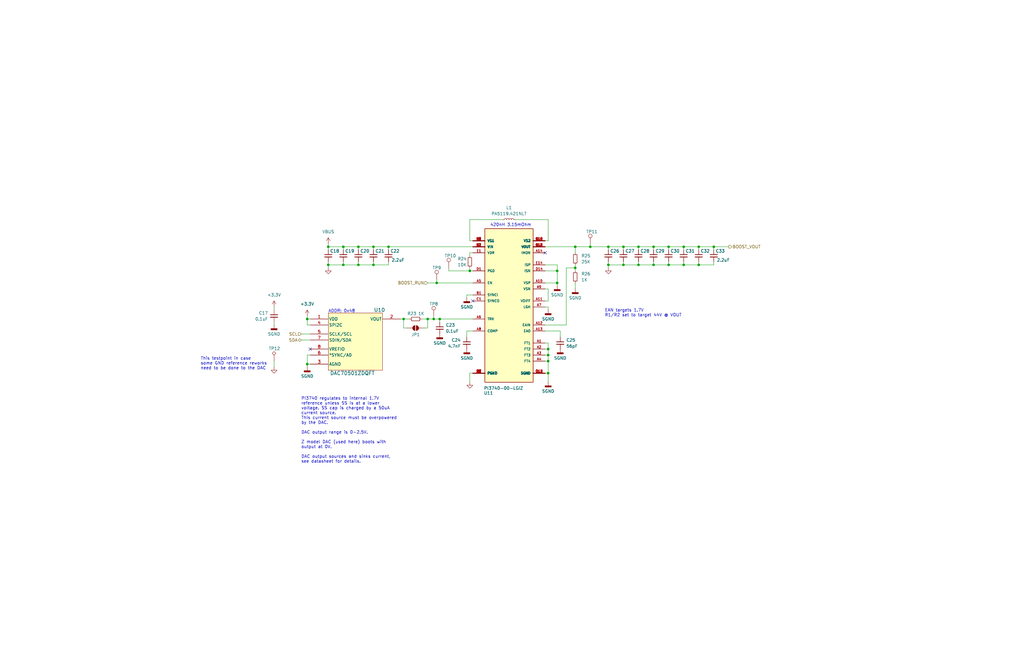
<source format=kicad_sch>
(kicad_sch (version 20231120) (generator "eeschema") (generator_version "8.0")
  (paper "B")
  (title_block (rev "2"))
  (lib_symbols
    (symbol "Connector:TestPoint" (pin_numbers hide) (pin_names (offset 0.762) hide)
      (property "Reference" "TP" (at 0 6.858 0))
      (property "Value" "TestPoint" (at 0 5.08 0))
      (symbol "TestPoint_0_1"
        (circle (center 0 3.302) (radius 0.762))
      )
      (symbol "TestPoint_1_1"
        (pin passive line (at 0 0 90) (length 2.54) (name "1") (number "1"))
      )
    )
    (symbol "Connector:TestPoint_Alt" (pin_numbers hide) (pin_names (offset 0.762) hide)
      (property "Reference" "TP" (at 0 6.858 0))
      (property "Value" "TestPoint_Alt" (at 0 5.08 0))
      (symbol "TestPoint_Alt_0_1"
        (polyline (pts (xy 0 2.54) (xy -0.762 3.302) (xy 0 4.064) (xy 0.762 3.302) (xy 0 2.54)))
      )
      (symbol "TestPoint_Alt_1_1"
        (pin passive line (at 0 0 90) (length 2.54) (name "1") (number "1"))
      )
    )
    (symbol "DAC70501:DAC70501MDQFR" (pin_names (offset 0.254))
      (property "Reference" "U5" (at 29.21 7.62 0))
      (property "Value" "DAC70501MDQFR" (at 17.78 -19.05 0))
      (symbol "DAC70501MDQFR_0_1"
        (pin power_in line (at 0 3.81 0) (length 7.62) (name "VDD") (number "1"))
        (pin output line (at 38.1 3.81 180) (length 7.62) (name "VOUT") (number "2"))
        (pin power_out line (at 0 -15.24 0) (length 7.62) (name "AGND") (number "3"))
        (pin unspecified line (at 0 1.27 0) (length 7.62) (name "SPI2C") (number "4"))
        (pin unspecified line (at 0 -2.54 0) (length 7.62) (name "SCLK/SCL") (number "5"))
        (pin unspecified line (at 0 -11.43 0) (length 7.62) (name "*SYNC/A0") (number "6"))
        (pin unspecified line (at 0 -5.08 0) (length 7.62) (name "SDIN/SDA") (number "7"))
        (pin power_in line (at 0 -8.89 0) (length 7.62) (name "VREFIO") (number "8"))
      )
      (symbol "DAC70501MDQFR_1_1"
        (rectangle (start 7.62 6.35) (end 30.48 -17.78) (fill (type background)))
      )
    )
    (symbol "Device:C_Small" (pin_numbers hide) (pin_names (offset 0.254) hide)
      (property "Reference" "C" (at 0.254 1.778 0))
      (property "Value" "C_Small" (at 0.254 -2.032 0))
      (symbol "C_Small_0_1"
        (polyline (pts (xy -1.524 -0.508) (xy 1.524 -0.508)) (stroke (width 0.3302)))
        (polyline (pts (xy -1.524 0.508) (xy 1.524 0.508)) (stroke (width 0.3048)))
      )
      (symbol "C_Small_1_1"
        (pin passive line (at 0 2.54 270) (length 2.032) (name "~") (number "1"))
        (pin passive line (at 0 -2.54 90) (length 2.032) (name "~") (number "2"))
      )
    )
    (symbol "Device:L_Small" (pin_numbers hide) (pin_names (offset 0.254) hide)
      (property "Reference" "L1" (at 5.08 0 90))
      (property "Value" "PA5119.421NLT" (at 2.54 0 90))
      (symbol "L_Small_0_1"
        (arc (start 0 -2.032) (mid 0.5058 -1.524) (end 0 -1.016))
        (arc (start 0 -1.016) (mid 0.5058 -0.508) (end 0 0))
        (arc (start 0 0) (mid 0.5058 0.508) (end 0 1.016))
        (arc (start 0 1.016) (mid 0.5058 1.524) (end 0 2.032))
      )
      (symbol "L_Small_1_1"
        (pin passive line (at 0 -2.54 90) (length 0.508) (name "~") (number "1"))
        (pin passive line (at 0 2.54 270) (length 0.508) (name "~") (number "2"))
        (pin free line (at 6.35 2.54 0) (length 2.54) hide (name "MNT") (number "3"))
      )
    )
    (symbol "Device:R_Small" (pin_numbers hide) (pin_names (offset 0.254) hide)
      (property "Reference" "R" (at 0.762 0.508 0))
      (property "Value" "R_Small" (at 0.762 -1.016 0))
      (symbol "R_Small_0_1"
        (rectangle (start -0.762 1.778) (end 0.762 -1.778) (stroke (width 0.2032)))
      )
      (symbol "R_Small_1_1"
        (pin passive line (at 0 2.54 270) (length 0.762) (name "~") (number "1"))
        (pin passive line (at 0 -2.54 90) (length 0.762) (name "~") (number "2"))
      )
    )
    (symbol "Jumper:SolderJumper_2_Open" (pin_numbers hide) (pin_names (offset 0) hide) (exclude_from_sim yes) (in_bom no)
      (property "Reference" "JP" (at 0 2.032 0))
      (property "Value" "SolderJumper_2_Open" (at 0 -2.54 0))
      (symbol "SolderJumper_2_Open_0_1"
        (arc (start -0.254 1.016) (mid -1.2656 0) (end -0.254 -1.016))
        (arc (start -0.254 1.016) (mid -1.2656 0) (end -0.254 -1.016) (fill (type outline)))
        (polyline (pts (xy -0.254 1.016) (xy -0.254 -1.016)))
        (polyline (pts (xy 0.254 1.016) (xy 0.254 -1.016)))
        (arc (start 0.254 -1.016) (mid 1.2656 0) (end 0.254 1.016))
        (arc (start 0.254 -1.016) (mid 1.2656 0) (end 0.254 1.016) (fill (type outline)))
      )
      (symbol "SolderJumper_2_Open_1_1"
        (pin passive line (at -3.81 0 0) (length 2.54) (name "A") (number "1"))
        (pin passive line (at 3.81 0 180) (length 2.54) (name "B") (number "2"))
      )
    )
    (symbol "PI3740-00-LGIZ:PI3740-00-LGIZ" (pin_names (offset 1.016))
      (property "Reference" "U11" (at -8.636 -36.322 0))
      (property "Value" "PI3740-00-LGIZ" (at -2.286 -34.29 0))
      (symbol "PI3740-00-LGIZ_0_0"
        (rectangle (start -10.16 33.02) (end 10.16 -31.75) (stroke (width 0.254)) (fill (type background)))
        (pin passive line (at 15.24 -15.24 180) (length 5.08) (name "FT1") (number "A1"))
        (pin input line (at 15.24 10.16 180) (length 5.08) (name "VSP") (number "A10"))
        (pin output line (at 15.24 2.54 180) (length 5.08) (name "VDIFF") (number "A11"))
        (pin input line (at 15.24 -7.62 180) (length 5.08) (name "EAIN") (number "A12"))
        (pin output line (at 15.24 -10.16 180) (length 5.08) (name "EAO") (number "A13"))
        (pin output line (at 15.24 22.86 180) (length 5.08) (name "IMON") (number "A14"))
        (pin passive line (at 15.24 -17.78 180) (length 5.08) (name "FT2") (number "A2"))
        (pin passive line (at 15.24 -20.32 180) (length 5.08) (name "FT3") (number "A3"))
        (pin passive line (at 15.24 -22.86 180) (length 5.08) (name "FT4") (number "A4"))
        (pin input line (at -15.24 10.16 0) (length 5.08) (name "EN") (number "A5"))
        (pin input line (at -15.24 -5.08 0) (length 5.08) (name "TRK") (number "A6"))
        (pin input line (at 15.24 0 180) (length 5.08) (name "LGH") (number "A7"))
        (pin passive line (at -15.24 -10.16 0) (length 5.08) (name "COMP") (number "A8"))
        (pin input line (at 15.24 7.62 180) (length 5.08) (name "VSN") (number "A9"))
        (pin input line (at -15.24 5.08 0) (length 5.08) (name "SYNCI") (number "B1"))
        (pin power_in line (at 15.24 -27.94 180) (length 5.08) (name "SGND") (number "B10"))
        (pin power_in line (at 15.24 -27.94 180) (length 5.08) (name "SGND") (number "B11"))
        (pin power_in line (at 15.24 -27.94 180) (length 5.08) (name "SGND") (number "B12"))
        (pin power_in line (at 15.24 -27.94 180) (length 5.08) (name "SGND") (number "B13"))
        (pin power_in line (at 15.24 -27.94 180) (length 5.08) (name "SGND") (number "B14"))
        (pin power_in line (at -15.24 -27.94 0) (length 5.08) (name "PGND") (number "B2"))
        (pin power_in line (at -15.24 -27.94 0) (length 5.08) (name "PGND") (number "B3"))
        (pin power_in line (at -15.24 -27.94 0) (length 5.08) (name "PGND") (number "B4"))
        (pin power_in line (at -15.24 -27.94 0) (length 5.08) (name "PGND") (number "B5"))
        (pin power_in line (at -15.24 -27.94 0) (length 5.08) (name "PGND") (number "B6"))
        (pin power_in line (at -15.24 -27.94 0) (length 5.08) (name "PGND") (number "B7"))
        (pin power_in line (at -15.24 -27.94 0) (length 5.08) (name "PGND") (number "B8"))
        (pin power_in line (at -15.24 -27.94 0) (length 5.08) (name "PGND") (number "B9"))
        (pin output line (at -15.24 2.54 0) (length 5.08) (name "SYNCO") (number "C1"))
        (pin power_in line (at 15.24 -27.94 180) (length 5.08) (name "SGND") (number "C10"))
        (pin power_in line (at 15.24 -27.94 180) (length 5.08) (name "SGND") (number "C11"))
        (pin power_in line (at 15.24 -27.94 180) (length 5.08) (name "SGND") (number "C12"))
        (pin power_in line (at -15.24 -27.94 0) (length 5.08) (name "PGND") (number "C2"))
        (pin power_in line (at -15.24 -27.94 0) (length 5.08) (name "PGND") (number "C3"))
        (pin power_in line (at -15.24 -27.94 0) (length 5.08) (name "PGND") (number "C4"))
        (pin power_in line (at -15.24 -27.94 0) (length 5.08) (name "PGND") (number "C5"))
        (pin power_in line (at -15.24 -27.94 0) (length 5.08) (name "PGND") (number "C6"))
        (pin power_in line (at -15.24 -27.94 0) (length 5.08) (name "PGND") (number "C7"))
        (pin power_in line (at -15.24 -27.94 0) (length 5.08) (name "PGND") (number "C8"))
        (pin power_in line (at -15.24 -27.94 0) (length 5.08) (name "PGND") (number "C9"))
        (pin input line (at -15.24 15.24 0) (length 5.08) (name "PGD") (number "D1"))
        (pin power_in line (at 15.24 -27.94 180) (length 5.08) (name "SGND") (number "D10"))
        (pin power_in line (at 15.24 -27.94 180) (length 5.08) (name "SGND") (number "D11"))
        (pin power_in line (at 15.24 -27.94 180) (length 5.08) (name "SGND") (number "D12"))
        (pin input line (at 15.24 15.24 180) (length 5.08) (name "ISN") (number "D14"))
        (pin power_in line (at -15.24 -27.94 0) (length 5.08) (name "PGND") (number "D2"))
        (pin power_in line (at -15.24 -27.94 0) (length 5.08) (name "PGND") (number "D3"))
        (pin power_in line (at -15.24 -27.94 0) (length 5.08) (name "PGND") (number "D4"))
        (pin power_in line (at -15.24 -27.94 0) (length 5.08) (name "PGND") (number "D5"))
        (pin power_in line (at -15.24 -27.94 0) (length 5.08) (name "PGND") (number "D6"))
        (pin power_in line (at -15.24 -27.94 0) (length 5.08) (name "PGND") (number "D7"))
        (pin power_in line (at -15.24 -27.94 0) (length 5.08) (name "PGND") (number "D8"))
        (pin power_in line (at -15.24 -27.94 0) (length 5.08) (name "PGND") (number "D9"))
        (pin input line (at -15.24 22.86 0) (length 5.08) (name "VDR") (number "E1"))
        (pin power_in line (at 15.24 -27.94 180) (length 5.08) (name "SGND") (number "E10"))
        (pin power_in line (at 15.24 -27.94 180) (length 5.08) (name "SGND") (number "E11"))
        (pin power_in line (at 15.24 -27.94 180) (length 5.08) (name "SGND") (number "E12"))
        (pin input line (at 15.24 17.78 180) (length 5.08) (name "ISP") (number "E14"))
        (pin power_in line (at -15.24 -27.94 0) (length 5.08) (name "PGND") (number "E2"))
        (pin power_in line (at -15.24 -27.94 0) (length 5.08) (name "PGND") (number "E3"))
        (pin power_in line (at -15.24 -27.94 0) (length 5.08) (name "PGND") (number "E4"))
        (pin power_in line (at -15.24 -27.94 0) (length 5.08) (name "PGND") (number "E5"))
        (pin power_in line (at -15.24 -27.94 0) (length 5.08) (name "PGND") (number "E6"))
        (pin power_in line (at -15.24 -27.94 0) (length 5.08) (name "PGND") (number "E7"))
        (pin power_in line (at -15.24 -27.94 0) (length 5.08) (name "PGND") (number "E8"))
        (pin power_in line (at -15.24 -27.94 0) (length 5.08) (name "PGND") (number "E9"))
        (pin power_in line (at -15.24 -27.94 0) (length 5.08) (name "PGND") (number "F7"))
        (pin power_in line (at -15.24 -27.94 0) (length 5.08) (name "PGND") (number "F8"))
        (pin input line (at -15.24 25.4 0) (length 5.08) (name "VIN") (number "G1"))
        (pin passive line (at 15.24 27.94 180) (length 5.08) (name "VS2") (number "G10"))
        (pin passive line (at 15.24 27.94 180) (length 5.08) (name "VS2") (number "G11"))
        (pin output line (at 15.24 25.4 180) (length 5.08) (name "VOUT") (number "G13"))
        (pin output line (at 15.24 25.4 180) (length 5.08) (name "VOUT") (number "G14"))
        (pin input line (at -15.24 25.4 0) (length 5.08) (name "VIN") (number "G2"))
        (pin input line (at -15.24 27.94 0) (length 5.08) (name "VS1") (number "G4"))
        (pin input line (at -15.24 27.94 0) (length 5.08) (name "VS1") (number "G5"))
        (pin power_in line (at -15.24 -27.94 0) (length 5.08) (name "PGND") (number "G7"))
        (pin power_in line (at -15.24 -27.94 0) (length 5.08) (name "PGND") (number "G8"))
        (pin input line (at -15.24 25.4 0) (length 5.08) (name "VIN") (number "H1"))
        (pin passive line (at 15.24 27.94 180) (length 5.08) (name "VS2") (number "H10"))
        (pin passive line (at 15.24 27.94 180) (length 5.08) (name "VS2") (number "H11"))
        (pin output line (at 15.24 25.4 180) (length 5.08) (name "VOUT") (number "H13"))
        (pin output line (at 15.24 25.4 180) (length 5.08) (name "VOUT") (number "H14"))
        (pin input line (at -15.24 25.4 0) (length 5.08) (name "VIN") (number "H2"))
        (pin input line (at -15.24 27.94 0) (length 5.08) (name "VS1") (number "H4"))
        (pin input line (at -15.24 27.94 0) (length 5.08) (name "VS1") (number "H5"))
        (pin power_in line (at -15.24 -27.94 0) (length 5.08) (name "PGND") (number "H7"))
        (pin power_in line (at -15.24 -27.94 0) (length 5.08) (name "PGND") (number "H8"))
        (pin input line (at -15.24 25.4 0) (length 5.08) (name "VIN") (number "J1"))
        (pin passive line (at 15.24 27.94 180) (length 5.08) (name "VS2") (number "J10"))
        (pin passive line (at 15.24 27.94 180) (length 5.08) (name "VS2") (number "J11"))
        (pin output line (at 15.24 25.4 180) (length 5.08) (name "VOUT") (number "J13"))
        (pin output line (at 15.24 25.4 180) (length 5.08) (name "VOUT") (number "J14"))
        (pin input line (at -15.24 25.4 0) (length 5.08) (name "VIN") (number "J2"))
        (pin input line (at -15.24 27.94 0) (length 5.08) (name "VS1") (number "J4"))
        (pin input line (at -15.24 27.94 0) (length 5.08) (name "VS1") (number "J5"))
        (pin power_in line (at -15.24 -27.94 0) (length 5.08) (name "PGND") (number "J7"))
        (pin power_in line (at -15.24 -27.94 0) (length 5.08) (name "PGND") (number "J8"))
        (pin input line (at -15.24 25.4 0) (length 5.08) (name "VIN") (number "K1"))
        (pin passive line (at 15.24 27.94 180) (length 5.08) (name "VS2") (number "K10"))
        (pin passive line (at 15.24 27.94 180) (length 5.08) (name "VS2") (number "K11"))
        (pin output line (at 15.24 25.4 180) (length 5.08) (name "VOUT") (number "K13"))
        (pin output line (at 15.24 25.4 180) (length 5.08) (name "VOUT") (number "K14"))
        (pin input line (at -15.24 25.4 0) (length 5.08) (name "VIN") (number "K2"))
        (pin input line (at -15.24 27.94 0) (length 5.08) (name "VS1") (number "K4"))
        (pin input line (at -15.24 27.94 0) (length 5.08) (name "VS1") (number "K5"))
        (pin power_in line (at -15.24 -27.94 0) (length 5.08) (name "PGND") (number "K7"))
        (pin power_in line (at -15.24 -27.94 0) (length 5.08) (name "PGND") (number "K8"))
      )
    )
    (symbol "power:+3.3V" (power) (pin_names (offset 0))
      (property "Value" "+3.3V" (at 0 3.556 0))
      (symbol "+3.3V_0_1"
        (polyline (pts (xy -0.762 1.27) (xy 0 2.54)))
        (polyline (pts (xy 0 0) (xy 0 2.54)))
        (polyline (pts (xy 0 2.54) (xy 0.762 1.27)))
      )
      (symbol "+3.3V_1_1"
        (pin power_in line (at 0 0 90) (length 0) hide (name "+3.3V") (number "1"))
      )
    )
    (symbol "power:GND" (power) (pin_names (offset 0))
      (property "Value" "GND" (at 0 -3.81 0))
      (symbol "GND_0_1"
        (polyline (pts (xy 0 0) (xy 0 -1.27) (xy 1.27 -1.27) (xy 0 -2.54) (xy -1.27 -1.27) (xy 0 -1.27)))
      )
      (symbol "GND_1_1"
        (pin power_in line (at 0 0 270) (length 0) hide (name "GND") (number "1"))
      )
    )
    (symbol "power:GNDD" (power) (pin_numbers hide) (pin_names (offset 0) hide)
      (property "Value" "GNDD" (at 0 -3.175 0))
      (symbol "GNDD_0_1"
        (rectangle (start -1.27 -1.524) (end 1.27 -2.032) (stroke (width 0.254)) (fill (type outline)))
        (polyline (pts (xy 0 0) (xy 0 -1.524)))
      )
      (symbol "GNDD_1_1"
        (pin power_in line (at 0 0 270) (length 0) (name "~") (number "1"))
      )
    )
    (symbol "power:VBUS" (power) (pin_names (offset 0))
      (property "Value" "VBUS" (at 0 3.81 0))
      (symbol "VBUS_0_1"
        (polyline (pts (xy -0.762 1.27) (xy 0 2.54)))
        (polyline (pts (xy 0 0) (xy 0 2.54)))
        (polyline (pts (xy 0 2.54) (xy 0.762 1.27)))
      )
      (symbol "VBUS_1_1"
        (pin power_in line (at 0 0 90) (length 0) hide (name "VBUS") (number "1"))
      )
    )
  )
  (junction (at 242.57 113.03))
  (junction (at 275.59 104.14))
  (junction (at 294.64 104.14))
  (junction (at 256.54 111.76))
  (junction (at 300.99 104.14))
  (junction (at 281.94 111.76))
  (junction (at 151.13 111.76))
  (junction (at 184.15 119.38))
  (junction (at 144.78 104.14))
  (junction (at 288.29 111.76))
  (junction (at 281.94 104.14))
  (junction (at 234.95 114.3))
  (junction (at 294.64 111.76))
  (junction (at 269.24 104.14))
  (junction (at 234.95 119.38))
  (junction (at 144.78 111.76))
  (junction (at 262.89 104.14))
  (junction (at 138.43 111.76))
  (junction (at 170.18 134.62))
  (junction (at 269.24 111.76))
  (junction (at 157.48 111.76))
  (junction (at 231.14 147.32))
  (junction (at 256.54 104.14))
  (junction (at 248.92 104.14))
  (junction (at 288.29 104.14))
  (junction (at 138.43 104.14))
  (junction (at 129.54 134.62))
  (junction (at 262.89 111.76))
  (junction (at 275.59 111.76))
  (junction (at 198.12 114.3))
  (junction (at 231.14 149.86))
  (junction (at 231.14 157.48))
  (junction (at 242.57 104.14))
  (junction (at 129.54 153.67))
  (junction (at 180.34 134.62))
  (junction (at 157.48 104.14))
  (junction (at 151.13 104.14))
  (junction (at 163.83 104.14))
  (junction (at 185.42 134.62))
  (junction (at 231.14 152.4))
  (junction (at 182.88 134.62))
  (no_connect (at 199.39 127))
  (no_connect (at 130.81 147.32))
  (no_connect (at 229.87 106.68))
  (wire (pts (xy 130.81 149.86) (xy 129.54 149.86)))
  (wire (pts (xy 199.39 114.3) (xy 198.12 114.3)))
  (wire (pts (xy 182.88 134.62) (xy 185.42 134.62)))
  (wire (pts (xy 129.54 133.35) (xy 129.54 134.62)))
  (wire (pts (xy 198.12 114.3) (xy 198.12 113.03)))
  (wire (pts (xy 127 140.97) (xy 130.81 140.97)))
  (wire (pts (xy 262.89 105.41) (xy 262.89 104.14)))
  (wire (pts (xy 242.57 104.14) (xy 248.92 104.14)))
  (wire (pts (xy 234.95 111.76) (xy 234.95 114.3)))
  (wire (pts (xy 229.87 157.48) (xy 231.14 157.48)))
  (wire (pts (xy 256.54 104.14) (xy 262.89 104.14)))
  (wire (pts (xy 168.91 134.62) (xy 170.18 134.62)))
  (wire (pts (xy 129.54 149.86) (xy 129.54 153.67)))
  (wire (pts (xy 288.29 104.14) (xy 288.29 105.41)))
  (wire (pts (xy 294.64 111.76) (xy 300.99 111.76)))
  (wire (pts (xy 127 143.51) (xy 130.81 143.51)))
  (wire (pts (xy 129.54 134.62) (xy 130.81 134.62)))
  (wire (pts (xy 294.64 104.14) (xy 300.99 104.14)))
  (wire (pts (xy 163.83 104.14) (xy 199.39 104.14)))
  (wire (pts (xy 231.14 144.78) (xy 231.14 147.32)))
  (wire (pts (xy 262.89 111.76) (xy 269.24 111.76)))
  (wire (pts (xy 185.42 134.62) (xy 199.39 134.62)))
  (wire (pts (xy 157.48 104.14) (xy 163.83 104.14)))
  (wire (pts (xy 198.12 107.95) (xy 198.12 106.68)))
  (wire (pts (xy 256.54 110.49) (xy 256.54 111.76)))
  (wire (pts (xy 180.34 134.62) (xy 180.34 138.43)))
  (wire (pts (xy 294.64 110.49) (xy 294.64 111.76)))
  (wire (pts (xy 229.87 129.54) (xy 231.14 129.54)))
  (wire (pts (xy 177.8 134.62) (xy 180.34 134.62)))
  (wire (pts (xy 262.89 110.49) (xy 262.89 111.76)))
  (wire (pts (xy 184.15 118.11) (xy 184.15 119.38)))
  (wire (pts (xy 234.95 119.38) (xy 234.95 120.65)))
  (wire (pts (xy 269.24 104.14) (xy 269.24 105.41)))
  (wire (pts (xy 157.48 104.14) (xy 157.48 105.41)))
  (wire (pts (xy 138.43 104.14) (xy 138.43 105.41)))
  (wire (pts (xy 144.78 104.14) (xy 144.78 105.41)))
  (wire (pts (xy 229.87 144.78) (xy 231.14 144.78)))
  (wire (pts (xy 256.54 104.14) (xy 256.54 105.41)))
  (wire (pts (xy 288.29 104.14) (xy 294.64 104.14)))
  (wire (pts (xy 198.12 92.71) (xy 212.09 92.71)))
  (wire (pts (xy 229.87 147.32) (xy 231.14 147.32)))
  (wire (pts (xy 281.94 110.49) (xy 281.94 111.76)))
  (wire (pts (xy 182.88 133.35) (xy 182.88 134.62)))
  (wire (pts (xy 248.92 104.14) (xy 256.54 104.14)))
  (wire (pts (xy 256.54 111.76) (xy 256.54 113.03)))
  (wire (pts (xy 229.87 149.86) (xy 231.14 149.86)))
  (wire (pts (xy 198.12 157.48) (xy 198.12 161.29)))
  (wire (pts (xy 281.94 104.14) (xy 288.29 104.14)))
  (wire (pts (xy 199.39 101.6) (xy 198.12 101.6)))
  (wire (pts (xy 129.54 134.62) (xy 129.54 137.16)))
  (wire (pts (xy 157.48 111.76) (xy 163.83 111.76)))
  (wire (pts (xy 229.87 104.14) (xy 242.57 104.14)))
  (wire (pts (xy 129.54 137.16) (xy 130.81 137.16)))
  (wire (pts (xy 229.87 101.6) (xy 231.14 101.6)))
  (wire (pts (xy 151.13 104.14) (xy 151.13 105.41)))
  (wire (pts (xy 199.39 124.46) (xy 196.85 124.46)))
  (wire (pts (xy 242.57 111.76) (xy 242.57 113.03)))
  (wire (pts (xy 231.14 92.71) (xy 231.14 101.6)))
  (wire (pts (xy 229.87 121.92) (xy 231.14 121.92)))
  (wire (pts (xy 144.78 110.49) (xy 144.78 111.76)))
  (wire (pts (xy 138.43 111.76) (xy 144.78 111.76)))
  (wire (pts (xy 189.23 113.03) (xy 189.23 114.3)))
  (wire (pts (xy 236.22 139.7) (xy 236.22 142.24)))
  (wire (pts (xy 234.95 114.3) (xy 234.95 119.38)))
  (wire (pts (xy 288.29 111.76) (xy 294.64 111.76)))
  (wire (pts (xy 242.57 113.03) (xy 242.57 114.3)))
  (wire (pts (xy 275.59 104.14) (xy 281.94 104.14)))
  (wire (pts (xy 231.14 127) (xy 231.14 121.92)))
  (wire (pts (xy 269.24 110.49) (xy 269.24 111.76)))
  (wire (pts (xy 138.43 104.14) (xy 144.78 104.14)))
  (wire (pts (xy 170.18 134.62) (xy 172.72 134.62)))
  (wire (pts (xy 288.29 110.49) (xy 288.29 111.76)))
  (wire (pts (xy 151.13 111.76) (xy 157.48 111.76)))
  (wire (pts (xy 300.99 110.49) (xy 300.99 111.76)))
  (wire (pts (xy 238.76 137.16) (xy 229.87 137.16)))
  (wire (pts (xy 248.92 102.87) (xy 248.92 104.14)))
  (wire (pts (xy 163.83 111.76) (xy 163.83 110.49)))
  (wire (pts (xy 262.89 104.14) (xy 269.24 104.14)))
  (wire (pts (xy 231.14 157.48) (xy 231.14 161.29)))
  (wire (pts (xy 196.85 139.7) (xy 196.85 142.24)))
  (wire (pts (xy 229.87 111.76) (xy 234.95 111.76)))
  (wire (pts (xy 275.59 111.76) (xy 281.94 111.76)))
  (wire (pts (xy 170.18 134.62) (xy 170.18 138.43)))
  (wire (pts (xy 275.59 110.49) (xy 275.59 111.76)))
  (wire (pts (xy 238.76 113.03) (xy 238.76 137.16)))
  (wire (pts (xy 231.14 152.4) (xy 231.14 157.48)))
  (wire (pts (xy 198.12 101.6) (xy 198.12 92.71)))
  (wire (pts (xy 129.54 153.67) (xy 130.81 153.67)))
  (wire (pts (xy 242.57 113.03) (xy 238.76 113.03)))
  (wire (pts (xy 229.87 152.4) (xy 231.14 152.4)))
  (wire (pts (xy 138.43 104.14) (xy 138.43 102.87)))
  (wire (pts (xy 129.54 154.94) (xy 129.54 153.67)))
  (wire (pts (xy 180.34 119.38) (xy 184.15 119.38)))
  (wire (pts (xy 115.57 129.54) (xy 115.57 130.81)))
  (wire (pts (xy 180.34 134.62) (xy 182.88 134.62)))
  (wire (pts (xy 294.64 104.14) (xy 294.64 105.41)))
  (wire (pts (xy 151.13 104.14) (xy 157.48 104.14)))
  (wire (pts (xy 229.87 139.7) (xy 236.22 139.7)))
  (wire (pts (xy 231.14 149.86) (xy 231.14 152.4)))
  (wire (pts (xy 242.57 104.14) (xy 242.57 106.68)))
  (wire (pts (xy 242.57 119.38) (xy 242.57 121.92)))
  (wire (pts (xy 300.99 104.14) (xy 300.99 105.41)))
  (wire (pts (xy 144.78 104.14) (xy 151.13 104.14)))
  (wire (pts (xy 138.43 111.76) (xy 138.43 113.03)))
  (wire (pts (xy 185.42 134.62) (xy 185.42 135.89)))
  (wire (pts (xy 157.48 110.49) (xy 157.48 111.76)))
  (wire (pts (xy 229.87 119.38) (xy 234.95 119.38)))
  (wire (pts (xy 184.15 119.38) (xy 199.39 119.38)))
  (wire (pts (xy 269.24 111.76) (xy 275.59 111.76)))
  (wire (pts (xy 196.85 124.46) (xy 196.85 125.73)))
  (wire (pts (xy 281.94 111.76) (xy 288.29 111.76)))
  (wire (pts (xy 231.14 147.32) (xy 231.14 149.86)))
  (wire (pts (xy 217.17 92.71) (xy 231.14 92.71)))
  (wire (pts (xy 275.59 104.14) (xy 275.59 105.41)))
  (wire (pts (xy 199.39 139.7) (xy 196.85 139.7)))
  (wire (pts (xy 115.57 152.4) (xy 115.57 154.94)))
  (wire (pts (xy 179.07 138.43) (xy 180.34 138.43)))
  (wire (pts (xy 189.23 114.3) (xy 198.12 114.3)))
  (wire (pts (xy 256.54 111.76) (xy 262.89 111.76)))
  (wire (pts (xy 144.78 111.76) (xy 151.13 111.76)))
  (wire (pts (xy 151.13 110.49) (xy 151.13 111.76)))
  (wire (pts (xy 281.94 104.14) (xy 281.94 105.41)))
  (wire (pts (xy 231.14 129.54) (xy 231.14 130.81)))
  (wire (pts (xy 171.45 138.43) (xy 170.18 138.43)))
  (wire (pts (xy 300.99 104.14) (xy 307.34 104.14)))
  (wire (pts (xy 138.43 110.49) (xy 138.43 111.76)))
  (wire (pts (xy 269.24 104.14) (xy 275.59 104.14)))
  (wire (pts (xy 163.83 104.14) (xy 163.83 105.41)))
  (wire (pts (xy 229.87 114.3) (xy 234.95 114.3)))
  (wire (pts (xy 198.12 106.68) (xy 199.39 106.68)))
  (wire (pts (xy 199.39 157.48) (xy 198.12 157.48)))
  (wire (pts (xy 229.87 127) (xy 231.14 127)))
  (wire (pts (xy 115.57 135.89) (xy 115.57 137.16)))
  (text "EAN targets 1.7V\nR1/R2 set to target 44V @ VOUT" (at 255.016 132.08 0) (effects (font (size 1.27 1.27)) (justify left)))
  (text "ADDR: 0x48" (at 138.43 132.08 0) (effects (font (size 1.27 1.27)) (justify left bottom)))
  (text "This testpoint in case \nsome GND reference reworks\nneed to be done to the DAC" (at 84.582 153.416 0) (effects (font (size 1.27 1.27)) (justify left)))
  (text "420nH 3.15mOhm" (at 215.392 94.996 0) (effects (font (size 1.27 1.27))))
  (text "PI3740 regulates to internal 1.7V\nreference unless SS is at a lower \nvoltage. SS cap is charged by a 50uA\ncurrent source.\nThis current source must be overpowered \nby the DAC. \n\nDAC output range is 0-2.5V.\n\nZ model DAC (used here) boots with\noutput at 0V.\n\nDAC output sources and sinks current,\nsee datasheet for details." (at 127 195.58 0) (effects (font (size 1.27 1.27)) (justify left bottom)))
  (hierarchical_label "BOOST_RUN" (shape input) (at 180.34 119.38 180))
  (hierarchical_label "SCL" (shape input) (at 127 140.97 180))
  (hierarchical_label "SDA" (shape bidirectional) (at 127 143.51 180))
  (hierarchical_label "BOOST_VOUT" (shape output) (at 307.34 104.14 0))
  (symbol (lib_id "Device:R_Small") (at 242.57 109.22 0) (unit 1)
    (property "Reference" "R25" (at 245.11 107.9499 0) (effects (justify left)))
    (property "Value" "25K" (at 245.11 110.4899 0) (effects (justify left)))
    (property "Footprint" "Resistor_SMD:R_0603_1608Metric" (effects (hide yes)))
    (property "Description" "Resistor, small symbol" (effects (hide yes)))
    (property "MPN" "RT1206BRD0725KL" (effects (hide yes)))
  )
  (symbol (lib_id "DAC70501:DAC70501MDQFR") (at 130.81 138.43 0) (unit 1)
    (property "Reference" "U10" (at 160.02 130.81 0) (effects (font (size 1.524 1.524))))
    (property "Value" "DAC70501ZDQFT" (at 148.59 157.48 0) (effects (font (size 1.524 1.524))))
    (property "Footprint" "DAC70501:WSON8_2P1X2P1_TEX" (effects (hide yes)))
    (property "Datasheet" "https://www.ti.com/lit/ds/symlink/dac70501.pdf?ts=1702864708763&ref_url=https%253A%252F%252Fwww.ti.com%252Fproduct%252FDAC70501" (effects (hide yes)))
    (property "MPN" "DAC70501ZDQFT" (effects (hide yes)))
  )
  (symbol (lib_id "Device:C_Small") (at 151.13 107.95 0) (unit 1)
    (property "Reference" "C20" (at 151.892 105.918 0) (effects (justify left)))
    (property "Value" "2.2uF" (effects (hide yes)))
    (property "Footprint" "Capacitor_SMD:C_1210_3225Metric" (effects (hide yes)))
    (property "Description" "Unpolarized capacitor, small symbol" (effects (hide yes)))
    (property "MPN" "GRM32ER72A225KA35" (effects (hide yes)))
  )
  (symbol (lib_id "Device:R_Small") (at 175.26 134.62 90) (mirror x) (unit 1)
    (property "Reference" "R23" (at 171.704 132.334 90) (effects (justify right)))
    (property "Value" "1K" (at 176.276 132.334 90) (effects (justify right)))
    (property "Footprint" "Resistor_SMD:R_0603_1608Metric" (effects (hide yes)))
    (property "MPN" "RT0603BRD071KL" (effects (hide yes)))
  )
  (symbol (lib_id "power:GNDD") (at 236.22 147.32 0) (unit 1)
    (property "Reference" "#PWR086" (effects (hide yes)))
    (property "Value" "SGND" (at 236.22 151.13 0))
    (property "Description" "Power symbol creates a global label with name \"GNDD\" , digital ground" (effects (hide yes)))
  )
  (symbol (lib_id "power:GNDD") (at 115.57 137.16 0) (unit 1)
    (property "Reference" "#PWR074" (effects (hide yes)))
    (property "Value" "SGND" (at 115.57 140.97 0))
    (property "Description" "Power symbol creates a global label with name \"GNDD\" , digital ground" (effects (hide yes)))
  )
  (symbol (lib_id "Connector:TestPoint") (at 248.92 102.87 0) (unit 1)
    (property "Reference" "TP11" (at 247.142 97.79 0) (effects (justify left)))
    (property "Value" "RCU-0C" (effects (hide yes)))
    (property "Footprint" "RCU-0C:TP+195X110" (effects (hide yes)))
    (property "MPN" "RCU-0C" (effects (hide yes)))
  )
  (symbol (lib_id "Device:L_Small") (at 214.63 92.71 90) (unit 1)
    (property "Reference" "L1" (at 214.63 87.63 90))
    (property "Value" "PA5119.421NLT" (at 214.63 90.17 90))
    (property "Footprint" "footprints:SMT_119.421NLT_PUL" (effects (hide yes)))
    (property "Description" "Inductor, small symbol" (effects (hide yes)))
    (property "MPN" "PA5119.421NLT" (effects (hide yes)))
  )
  (symbol (lib_id "power:GNDD") (at 129.54 154.94 0) (unit 1)
    (property "Reference" "#PWR076" (effects (hide yes)))
    (property "Value" "SGND" (at 129.54 158.75 0))
    (property "Description" "Power symbol creates a global label with name \"GNDD\" , digital ground" (effects (hide yes)))
  )
  (symbol (lib_id "Device:R_Small") (at 198.12 110.49 0) (mirror y) (unit 1)
    (property "Reference" "R24" (at 196.85 109.22 0) (effects (justify left)))
    (property "Value" "10K" (at 196.85 111.76 0) (effects (justify left)))
    (property "Footprint" "Resistor_SMD:R_0603_1608Metric" (effects (hide yes)))
    (property "MPN" "RMCF0603FT10K0" (effects (hide yes)))
  )
  (symbol (lib_id "power:+3.3V") (at 129.54 133.35 0) (unit 1)
    (property "Reference" "#PWR075" (effects (hide yes)))
    (property "Value" "+3.3V" (at 129.54 128.27 0))
  )
  (symbol (lib_id "Device:C_Small") (at 144.78 107.95 0) (unit 1)
    (property "Reference" "C19" (at 145.542 105.918 0) (effects (justify left)))
    (property "Value" "2.2uF" (effects (hide yes)))
    (property "Footprint" "Capacitor_SMD:C_1210_3225Metric" (effects (hide yes)))
    (property "Description" "Unpolarized capacitor, small symbol" (effects (hide yes)))
    (property "MPN" "GRM32ER72A225KA35" (effects (hide yes)))
  )
  (symbol (lib_id "power:GNDD") (at 242.57 121.92 0) (unit 1)
    (property "Reference" "#PWR087" (effects (hide yes)))
    (property "Value" "SGND" (at 242.57 125.73 0))
    (property "Description" "Power symbol creates a global label with name \"GNDD\" , digital ground" (effects (hide yes)))
  )
  (symbol (lib_id "Device:C_Small") (at 262.89 107.95 0) (unit 1)
    (property "Reference" "C27" (at 263.652 105.918 0) (effects (justify left)))
    (property "Value" "2.2uF" (effects (hide yes)))
    (property "Footprint" "Capacitor_SMD:C_1210_3225Metric" (effects (hide yes)))
    (property "Description" "Unpolarized capacitor, small symbol" (effects (hide yes)))
    (property "MPN" "GRM32ER72A225KA35" (effects (hide yes)))
  )
  (symbol (lib_id "power:GNDD") (at 196.85 147.32 0) (unit 1)
    (property "Reference" "#PWR081" (effects (hide yes)))
    (property "Value" "SGND" (at 196.85 151.13 0))
    (property "Description" "Power symbol creates a global label with name \"GNDD\" , digital ground" (effects (hide yes)))
  )
  (symbol (lib_id "Device:C_Small") (at 269.24 107.95 0) (unit 1)
    (property "Reference" "C28" (at 270.002 105.918 0) (effects (justify left)))
    (property "Value" "2.2uF" (effects (hide yes)))
    (property "Footprint" "Capacitor_SMD:C_1210_3225Metric" (effects (hide yes)))
    (property "Description" "Unpolarized capacitor, small symbol" (effects (hide yes)))
    (property "MPN" "GRM32ER72A225KA35" (effects (hide yes)))
  )
  (symbol (lib_id "power:GNDD") (at 231.14 130.81 0) (unit 1)
    (property "Reference" "#PWR082" (effects (hide yes)))
    (property "Value" "SGND" (at 231.14 134.62 0))
    (property "Description" "Power symbol creates a global label with name \"GNDD\" , digital ground" (effects (hide yes)))
  )
  (symbol (lib_id "Connector:TestPoint_Alt") (at 115.57 152.4 0) (unit 1)
    (property "Reference" "TP12" (at 113.284 147.066 0) (effects (justify left)))
    (property "Value" "TestPoint_Alt" (effects (hide yes)))
    (property "Footprint" "TestPoint:TestPoint_THTPad_D1.0mm_Drill0.5mm" (effects (hide yes)))
    (property "Description" "test point (alternative shape)" (effects (hide yes)))
  )
  (symbol (lib_id "Connector:TestPoint") (at 189.23 113.03 0) (unit 1)
    (property "Reference" "TP10" (at 187.452 107.95 0) (effects (justify left)))
    (property "Value" "RCU-0C" (effects (hide yes)))
    (property "Footprint" "RCU-0C:TP+195X110" (effects (hide yes)))
    (property "MPN" "RCU-0C" (effects (hide yes)))
  )
  (symbol (lib_id "Device:C_Small") (at 185.42 138.43 0) (unit 1)
    (property "Reference" "C23" (at 187.96 137.16 0) (effects (justify left)))
    (property "Value" "0.1uF" (at 187.96 139.7 0) (effects (justify left)))
    (property "Footprint" "Capacitor_SMD:C_0603_1608Metric" (effects (hide yes)))
    (property "MPN" "CL10B104KB8NNNC" (effects (hide yes)))
  )
  (symbol (lib_id "power:GNDD") (at 234.95 120.65 0) (unit 1)
    (property "Reference" "#PWR085" (effects (hide yes)))
    (property "Value" "SGND" (at 234.95 124.46 0))
    (property "Description" "Power symbol creates a global label with name \"GNDD\" , digital ground" (effects (hide yes)))
  )
  (symbol (lib_id "power:GND") (at 115.57 154.94 0) (unit 1)
    (property "Reference" "#PWR084" (effects (hide yes)))
    (property "Value" "GND" (effects (hide yes)))
  )
  (symbol (lib_id "Device:C_Small") (at 196.85 144.78 0) (unit 1)
    (property "Reference" "C24" (at 194.31 143.5162 0) (effects (justify right)))
    (property "Value" "4.7nF" (at 194.31 146.0562 0) (effects (justify right)))
    (property "Footprint" "Capacitor_SMD:C_0603_1608Metric" (effects (hide yes)))
    (property "Description" "Unpolarized capacitor, small symbol" (effects (hide yes)))
    (property "MPN" "C0603C472K4RECAUTO7411" (effects (hide yes)))
  )
  (symbol (lib_id "power:GNDD") (at 196.85 125.73 0) (unit 1)
    (property "Reference" "#PWR080" (effects (hide yes)))
    (property "Value" "SGND" (at 196.85 129.54 0))
    (property "Description" "Power symbol creates a global label with name \"GNDD\" , digital ground" (effects (hide yes)))
  )
  (symbol (lib_id "Device:C_Small") (at 281.94 107.95 0) (unit 1)
    (property "Reference" "C30" (at 282.702 105.918 0) (effects (justify left)))
    (property "Value" "2.2uF" (effects (hide yes)))
    (property "Footprint" "Capacitor_SMD:C_1210_3225Metric" (effects (hide yes)))
    (property "Description" "Unpolarized capacitor, small symbol" (effects (hide yes)))
    (property "MPN" "GRM32ER72A225KA35" (effects (hide yes)))
  )
  (symbol (lib_id "Connector:TestPoint") (at 184.15 118.11 0) (unit 1)
    (property "Reference" "TP9" (at 182.372 113.03 0) (effects (justify left)))
    (property "Value" "RCU-0C" (effects (hide yes)))
    (property "Footprint" "RCU-0C:TP+195X110" (effects (hide yes)))
    (property "MPN" "RCU-0C" (effects (hide yes)))
  )
  (symbol (lib_id "Connector:TestPoint") (at 182.88 133.35 0) (unit 1)
    (property "Reference" "TP8" (at 181.102 128.27 0) (effects (justify left)))
    (property "Value" "RCU-0C" (effects (hide yes)))
    (property "Footprint" "RCU-0C:TP+195X110" (effects (hide yes)))
    (property "MPN" "RCU-0C" (effects (hide yes)))
  )
  (symbol (lib_id "Device:R_Small") (at 242.57 116.84 0) (mirror y) (unit 1)
    (property "Reference" "R26" (at 245.11 115.57 0) (effects (justify right)))
    (property "Value" "1K" (at 245.11 118.11 0) (effects (justify right)))
    (property "Footprint" "Resistor_SMD:R_0603_1608Metric" (effects (hide yes)))
    (property "MPN" "RT0603BRD071KL" (effects (hide yes)))
  )
  (symbol (lib_id "Device:C_Small") (at 236.22 144.78 0) (unit 1)
    (property "Reference" "C25" (at 238.76 143.5162 0) (effects (justify left)))
    (property "Value" "56pF" (at 238.76 146.0562 0) (effects (justify left)))
    (property "Footprint" "Capacitor_SMD:C_0603_1608Metric" (effects (hide yes)))
    (property "Description" "Unpolarized capacitor, small symbol" (effects (hide yes)))
    (property "MPN" "C0603C560G5GAC7867" (effects (hide yes)))
  )
  (symbol (lib_id "Jumper:SolderJumper_2_Open") (at 175.26 138.43 180) (unit 1) (exclude_from_sim yes) (in_bom no)
    (property "Reference" "JP1" (at 175.26 141.224 0))
    (property "Value" "SolderJumper_2_Open" (effects (hide yes)))
    (property "Footprint" "Jumper:SolderJumper-2_P1.3mm_Open_RoundedPad1.0x1.5mm" (effects (hide yes)))
    (property "Description" "Solder Jumper, 2-pole, open" (effects (hide yes)))
  )
  (symbol (lib_id "power:+3.3V") (at 115.57 129.54 0) (unit 1)
    (property "Reference" "#PWR073" (effects (hide yes)))
    (property "Value" "+3.3V" (at 115.57 124.46 0))
  )
  (symbol (lib_id "Device:C_Small") (at 256.54 107.95 0) (unit 1)
    (property "Reference" "C26" (at 257.302 105.918 0) (effects (justify left)))
    (property "Value" "2.2uF" (effects (hide yes)))
    (property "Footprint" "Capacitor_SMD:C_1210_3225Metric" (effects (hide yes)))
    (property "Description" "Unpolarized capacitor, small symbol" (effects (hide yes)))
    (property "MPN" "GRM32ER72A225KA35" (effects (hide yes)))
  )
  (symbol (lib_id "Device:C_Small") (at 294.64 107.95 0) (unit 1)
    (property "Reference" "C32" (at 295.402 105.918 0) (effects (justify left)))
    (property "Value" "2.2uF" (effects (hide yes)))
    (property "Footprint" "Capacitor_SMD:C_1210_3225Metric" (effects (hide yes)))
    (property "Description" "Unpolarized capacitor, small symbol" (effects (hide yes)))
    (property "MPN" "GRM32ER72A225KA35" (effects (hide yes)))
  )
  (symbol (lib_id "Device:C_Small") (at 157.48 107.95 0) (unit 1)
    (property "Reference" "C21" (at 158.242 105.918 0) (effects (justify left)))
    (property "Value" "2.2uF" (effects (hide yes)))
    (property "Footprint" "Capacitor_SMD:C_1210_3225Metric" (effects (hide yes)))
    (property "Description" "Unpolarized capacitor, small symbol" (effects (hide yes)))
    (property "MPN" "GRM32ER72A225KA35" (effects (hide yes)))
  )
  (symbol (lib_id "Device:C_Small") (at 275.59 107.95 0) (unit 1)
    (property "Reference" "C29" (at 276.352 105.918 0) (effects (justify left)))
    (property "Value" "2.2uF" (effects (hide yes)))
    (property "Footprint" "Capacitor_SMD:C_1210_3225Metric" (effects (hide yes)))
    (property "Description" "Unpolarized capacitor, small symbol" (effects (hide yes)))
    (property "MPN" "GRM32ER72A225KA35" (effects (hide yes)))
  )
  (symbol (lib_id "power:GND") (at 198.12 161.29 0) (unit 1)
    (property "Reference" "#PWR078" (effects (hide yes)))
    (property "Value" "GND" (effects (hide yes)))
  )
  (symbol (lib_id "Device:C_Small") (at 115.57 133.35 0) (unit 1)
    (property "Reference" "C17" (at 113.03 132.0863 0) (effects (justify right)))
    (property "Value" "0.1uF" (at 113.03 134.6263 0) (effects (justify right)))
    (property "Footprint" "Capacitor_SMD:C_0603_1608Metric" (effects (hide yes)))
    (property "MPN" "CL10B104KB8NNNC" (effects (hide yes)))
  )
  (symbol (lib_id "power:GNDD") (at 185.42 140.97 0) (unit 1)
    (property "Reference" "#PWR079" (effects (hide yes)))
    (property "Value" "SGND" (at 185.42 144.78 0))
    (property "Description" "Power symbol creates a global label with name \"GNDD\" , digital ground" (effects (hide yes)))
  )
  (symbol (lib_id "Device:C_Small") (at 288.29 107.95 0) (unit 1)
    (property "Reference" "C31" (at 289.052 105.918 0) (effects (justify left)))
    (property "Value" "2.2uF" (effects (hide yes)))
    (property "Footprint" "Capacitor_SMD:C_1210_3225Metric" (effects (hide yes)))
    (property "Description" "Unpolarized capacitor, small symbol" (effects (hide yes)))
    (property "MPN" "GRM32ER72A225KA35" (effects (hide yes)))
  )
  (symbol (lib_id "Device:C_Small") (at 300.99 107.95 0) (unit 1)
    (property "Reference" "C33" (at 301.752 105.918 0) (effects (justify left)))
    (property "Value" "2.2uF" (at 302.26 109.728 0) (effects (justify left)))
    (property "Footprint" "Capacitor_SMD:C_1210_3225Metric" (effects (hide yes)))
    (property "Description" "Unpolarized capacitor, small symbol" (effects (hide yes)))
    (property "MPN" "GRM32ER72A225KA35" (effects (hide yes)))
  )
  (symbol (lib_id "Device:C_Small") (at 138.43 107.95 0) (unit 1)
    (property "Reference" "C18" (at 139.192 105.918 0) (effects (justify left)))
    (property "Value" "2.2uF" (effects (hide yes)))
    (property "Footprint" "Capacitor_SMD:C_1210_3225Metric" (effects (hide yes)))
    (property "Description" "Unpolarized capacitor, small symbol" (effects (hide yes)))
    (property "MPN" "GRM32ER72A225KA35" (effects (hide yes)))
  )
  (symbol (lib_id "Device:C_Small") (at 163.83 107.95 0) (unit 1)
    (property "Reference" "C22" (at 164.592 105.918 0) (effects (justify left)))
    (property "Value" "2.2uF" (at 165.1 109.728 0) (effects (justify left)))
    (property "Footprint" "Capacitor_SMD:C_1210_3225Metric" (effects (hide yes)))
    (property "Description" "Unpolarized capacitor, small symbol" (effects (hide yes)))
    (property "MPN" "GRM32ER72A225KA35" (effects (hide yes)))
  )
  (symbol (lib_id "power:GND") (at 256.54 113.03 0) (unit 1)
    (property "Reference" "#PWR088" (effects (hide yes)))
    (property "Value" "GND" (effects (hide yes)))
  )
  (symbol (lib_id "power:GNDD") (at 231.14 161.29 0) (unit 1)
    (property "Reference" "#PWR090" (effects (hide yes)))
    (property "Value" "SGND" (at 231.14 165.1 0))
    (property "Description" "Power symbol creates a global label with name \"GNDD\" , digital ground" (effects (hide yes)))
  )
  (symbol (lib_id "power:VBUS") (at 138.43 102.87 0) (unit 1)
    (property "Reference" "#PWR077" (effects (hide yes)))
    (property "Value" "VBUS" (at 138.43 97.79 0))
  )
  (symbol (lib_id "power:GND") (at 138.43 113.03 0) (unit 1)
    (property "Reference" "#PWR083" (effects (hide yes)))
    (property "Value" "GND" (effects (hide yes)))
  )
  (symbol (lib_id "PI3740-00-LGIZ:PI3740-00-LGIZ") (at 214.63 129.54 0) (unit 1)
    (property "Reference" "U11" (at 205.994 165.862 0))
    (property "Value" "PI3740-00-LGIZ" (at 212.344 163.83 0))
    (property "Footprint" "PI3740-00-LGIZ:LGA108S100P10X14_1000X1400X263N" (effects (hide yes)))
    (property "MF" "Vicor Corporation" (effects (hide yes)))
    (property "Description_1" "\n                        \n                            Buck-Boost Switching Regulator IC Positive Adjustable (Fixed) 10V (12V) 1 Output 7.42A 108-BLGA Module\n                        \n" (effects (hide yes)))
    (property "Package" "BLGA-108 Vicor" (effects (hide yes)))
    (property "Price" "None" (effects (hide yes)))
    (property "Check_prices" "https://www.snapeda.com/parts/PI3740-00-LGIZ/Vicor+Corporation/view-part/?ref=eda" (effects (hide yes)))
    (property "STANDARD" "Manufacturer Recommendation" (effects (hide yes)))
    (property "PARTREV" "1.9" (effects (hide yes)))
    (property "SnapEDA_Link" "https://www.snapeda.com/parts/PI3740-00-LGIZ/Vicor+Corporation/view-part/?ref=snap" (effects (hide yes)))
    (property "MP" "PI3740-00-LGIZ" (effects (hide yes)))
    (property "Availability" "In Stock" (effects (hide yes)))
    (property "MANUFACTURER" "VICOR" (effects (hide yes)))
    (property "MPN" "PI3740-00-LGIZ" (effects (hide yes)))
  )
)
</source>
